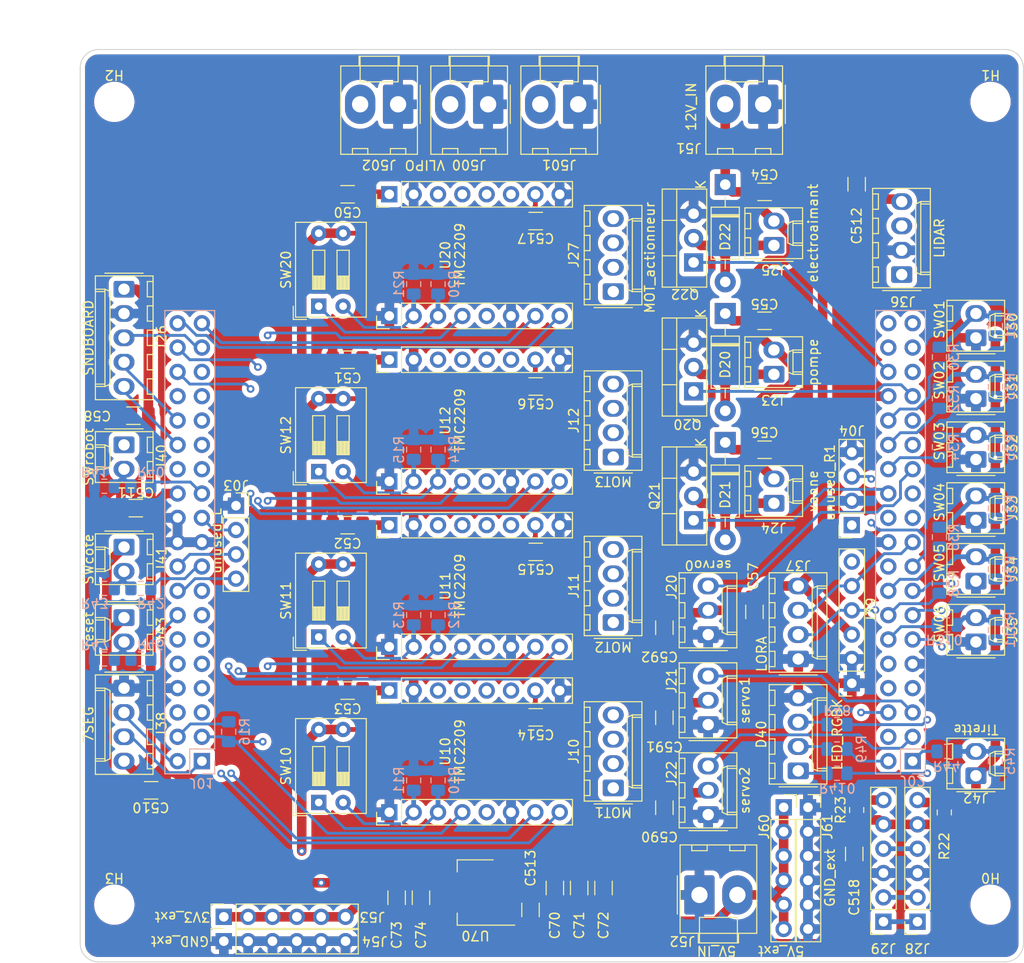
<source format=kicad_pcb>
(kicad_pcb (version 20211014) (generator pcbnew)
  (layers (0 "F.Cu" signal) (1 "In1.Cu" signal) (2 "In2.Cu" signal) (31 "B.Cu" signal) (34 "B.Paste" user) (35 "F.Paste" user) (36 "B.SilkS" user "B.Silkscreen") (37 "F.SilkS" user "F.Silkscreen") (38 "B.Mask" user) (39 "F.Mask" user) (44 "Edge.Cuts" user))
  (net 0 "")
  (net 1 "/V_LIPO")
  (net 2 "GND")
  (net 3 "/electroaimant_12V")
  (net 4 "/3V3_LDO")
  (net 5 "/PC_14")
  (net 6 "Net-(D20-Pad2)")
  (net 7 "Net-(D21-Pad2)")
  (net 8 "Net-(D22-Pad2)")
  (net 9 "Net-(D40-Pad1)")
  (net 10 "Net-(D40-Pad2)")
  (net 11 "Net-(D40-Pad3)")
  (net 12 "/7SEG_RX")
  (net 13 "/7SEG_TX")
  (net 14 "/VDD")
  (net 15 "/E5V")
  (net 16 "/BOOT0")
  (net 20 "/IOREF")
  (net 21 "/RESET")
  (net 22 "/D3")
  (net 23 "/3V3")
  (net 24 "/PA_15")
  (net 25 "/5V")
  (net 26 "/PB_7")
  (net 27 "/D0")
  (net 29 "/D1")
  (net 30 "/PA_0")
  (net 31 "/PH_0")
  (net 32 "/PA_1")
  (net 33 "/D2")
  (net 34 "/VBAT")
  (net 35 "/PC_2")
  (net 36 "/PB_8")
  (net 37 "/LORA_RX")
  (net 38 "/PB_9")
  (net 39 "/PC_5")
  (net 40 "/AVDD")
  (net 41 "/U5V")
  (net 43 "/PA_5")
  (net 44 "/PA_6")
  (net 45 "/PA_11")
  (net 46 "/PA_7")
  (net 47 "/PB_12")
  (net 48 "/PB_6")
  (net 50 "/LORA_TX")
  (net 51 "/LIDAR_RX")
  (net 52 "/PB_2")
  (net 53 "/PA_8")
  (net 54 "/PB_1")
  (net 55 "/PB_10")
  (net 56 "/PB_15")
  (net 57 "/PB_14")
  (net 58 "/PB_13")
  (net 59 "/PB_3")
  (net 60 "/LIDAR_TX")
  (net 61 "/PC_4")
  (net 62 "/PA_2")
  (net 64 "/PA_3")
  (net 66 "/A02")
  (net 67 "/A01")
  (net 68 "/B01")
  (net 69 "/B02")
  (net 70 "/A12")
  (net 71 "/A11")
  (net 72 "/B11")
  (net 73 "/B12")
  (net 74 "/A22")
  (net 75 "/A21")
  (net 76 "/B21")
  (net 77 "/B22")
  (net 78 "/A32")
  (net 79 "/A31")
  (net 80 "/B31")
  (net 81 "/B32")
  (net 82 "Net-(J30-Pad2)")
  (net 83 "Net-(J31-Pad2)")
  (net 84 "Net-(J32-Pad2)")
  (net 85 "Net-(J33-Pad2)")
  (net 86 "Net-(J34-Pad2)")
  (net 87 "Net-(J35-Pad2)")
  (net 88 "Net-(J42-Pad2)")
  (net 89 "Net-(J43-Pad2)")
  (net 90 "Net-(R10-Pad1)")
  (net 91 "Net-(R11-Pad1)")
  (net 92 "Net-(R12-Pad1)")
  (net 93 "Net-(R13-Pad1)")
  (net 94 "Net-(R14-Pad1)")
  (net 95 "Net-(R15-Pad1)")
  (net 96 "Net-(R20-Pad1)")
  (net 97 "Net-(R21-Pad1)")
  (net 102 "/PC_13")
  (net 103 "/PC_15")
  (net 104 "/PC_12")
  (net 105 "/PD_2")
  (net 106 "Net-(J41-Pad2)")
  (net 108 "/5V0")
  (net 109 "Net-(J40-Pad2)")
  (net 110 "/PC_9")
  (net 111 "/PA_14")
  (net 112 "/PC_3")
  (net 113 "/PH_1")
  (net 114 "/PC_1")
  (net 115 "/PB_4")
  (net 116 "/PB_5")
  (net 117 "/PC_8")
  (net 118 "/PA_12")
  (footprint "Capacitor_SMD:C_1206_3216Metric_Pad1.33x1.80mm_HandSolder" (layer "F.Cu") (at 69.85 127.2925 -90)
    (fp_text reference "C74")
    (fp_text value "100n")
  )
  (footprint "Connector_PinSocket_2.54mm:PinSocket_1x06_P2.54mm_Vertical" (layer "F.Cu") (at 121.666 129.794 180)
    (fp_text reference "J28")
    (fp_text value "ENC1")
  )
  (footprint "component:TMC2209" (layer "F.Cu") (at 79.248 77.47 90)
    (fp_text reference "U12")
    (fp_text value "TMC2209")
  )
  (footprint "Capacitor_SMD:C_1206_3216Metric_Pad1.33x1.80mm_HandSolder" (layer "F.Cu") (at 81.8265 91.186)
    (fp_text reference "C515")
    (fp_text value "100n")
  )
  (footprint "Capacitor_SMD:C_1206_3216Metric_Pad1.33x1.80mm_HandSolder" (layer "F.Cu") (at 62.1915 88.392 180)
    (fp_text reference "C52")
    (fp_text value "100n")
  )
  (footprint "Connector_Molex:Molex_KK-254_AE-6410-02A_1x02_P2.54mm_Vertical" (layer "F.Cu") (at 127.762 94.234 90)
    (fp_text reference "J34")
    (fp_text value "SW05")
  )
  (footprint "Connector_Molex:Molex_KK-254_AE-6410-02A_1x02_P2.54mm_Vertical" (layer "F.Cu") (at 38.862 90.678 -90)
    (fp_text reference "J41")
    (fp_text value "SWcote")
  )
  (footprint "Connector_Molex:Molex_KK-396_A-41791-0002_1x02_P3.96mm_Vertical" (layer "F.Cu") (at 98.91 127)
    (fp_text reference "J52")
    (fp_text value "5V_IN")
  )
  (footprint "Diode_THT:D_DO-41_SOD81_P10.16mm_Horizontal" (layer "F.Cu") (at 101.6 52.832 -90)
    (fp_text reference "D22")
    (fp_text value "1N4007")
  )
  (footprint "Connector_Molex:Molex_KK-254_AE-6410-04A_1x04_P2.54mm_Vertical" (layer "F.Cu") (at 89.916 81.28 90)
    (fp_text reference "J12")
    (fp_text value "MOT3")
  )
  (footprint "Button_Switch_THT:SW_DIP_SPSTx02_Slide_9.78x7.26mm_W7.62mm_P2.54mm" (layer "F.Cu") (at 59.182 65.532 90)
    (fp_text reference "SW20")
    (fp_text value "SW_DIP_x02")
  )
  (footprint "Diode_THT:D_DO-41_SOD81_P10.16mm_Horizontal" (layer "F.Cu") (at 101.6 66.294 -90)
    (fp_text reference "D20")
    (fp_text value "1N4007")
  )
  (footprint "Capacitor_SMD:C_1206_3216Metric_Pad1.33x1.80mm_HandSolder" (layer "F.Cu") (at 81.28 128.5625 -90)
    (fp_text reference "C513")
    (fp_text value "100n")
  )
  (footprint "Connector_Molex:Molex_KK-254_AE-6410-02A_1x02_P2.54mm_Vertical" (layer "F.Cu") (at 106.68 86.106 90)
    (fp_text reference "J24")
    (fp_text value "vanne")
  )
  (footprint "MountingHole:MountingHole_3.2mm_M3" (layer "F.Cu") (at 37.846 44.196)
    (fp_text reference "H2")
    (fp_text value "M1")
  )
  (footprint "Capacitor_SMD:C_1206_3216Metric_Pad1.33x1.80mm_HandSolder" (layer "F.Cu") (at 62.1915 105.664 180)
    (fp_text reference "C53")
    (fp_text value "100n")
  )
  (footprint "Connector_Molex:Molex_KK-254_AE-6410-02A_1x02_P2.54mm_Vertical" (layer "F.Cu") (at 38.862 98.044 -90)
    (fp_text reference "J43")
    (fp_text value "reset")
  )
  (footprint "MountingHole:MountingHole_3.2mm_M3" (layer "F.Cu") (at 129.286 128.016)
    (fp_text reference "H0")
    (fp_text value "M1")
  )
  (footprint "Connector_PinSocket_2.54mm:PinSocket_1x06_P2.54mm_Vertical" (layer "F.Cu") (at 118.11 129.794 180)
    (fp_text reference "J29")
    (fp_text value "ENC2")
  )
  (footprint "Capacitor_SMD:C_1206_3216Metric_Pad1.33x1.80mm_HandSolder" (layer "F.Cu") (at 105.7025 80.518)
    (fp_text reference "C56")
    (fp_text value "100n")
  )
  (footprint "Package_TO_SOT_SMD:SOT-223-3_TabPin2" (layer "F.Cu") (at 75.54 126.746 180)
    (fp_text reference "U70")
    (fp_text value "LD1117S33TR_SOT223")
  )
  (footprint "Connector_Molex:Molex_KK-396_A-41791-0002_1x02_P3.96mm_Vertical" (layer "F.Cu") (at 76.858 44.45 180)
    (fp_text reference "J500")
    (fp_text value "VLIPO")
  )
  (footprint "Package_TO_SOT_THT:TO-220-3_Vertical" (layer "F.Cu") (at 98.298 87.884 90)
    (fp_text reference "Q21")
    (fp_text value "SW_vanne")
  )
  (footprint "Capacitor_SMD:C_1206_3216Metric_Pad1.33x1.80mm_HandSolder" (layer "F.Cu") (at 39.8395 76.962 180)
    (fp_text reference "C58")
    (fp_text value "100n")
  )
  (footprint "Capacitor_SMD:C_1206_3216Metric_Pad1.33x1.80mm_HandSolder" (layer "F.Cu") (at 105.7025 53.594)
    (fp_text reference "C54")
    (fp_text value "100n")
  )
  (footprint "Connector_Molex:Molex_KK-254_AE-6410-03A_1x03_P2.54mm_Vertical" (layer "F.Cu") (at 99.822 118.618 90)
    (fp_text reference "J22")
    (fp_text value "servo2")
  )
  (footprint "Capacitor_SMD:C_1206_3216Metric_Pad1.33x1.80mm_HandSolder" (layer "F.Cu") (at 105.7025 67.056)
    (fp_text reference "C55")
    (fp_text value "100n")
  )
  (footprint "Connector_Molex:Molex_KK-254_AE-6410-03A_1x03_P2.54mm_Vertical" (layer "F.Cu") (at 99.822 109.22 90)
    (fp_text reference "J21")
    (fp_text value "servo1")
  )
  (footprint "component:TMC2209" (layer "F.Cu") (at 79.248 60.198 90)
    (fp_text reference "U20")
    (fp_text value "TMC2209")
  )
  (footprint "Connector_Molex:Molex_KK-254_AE-6410-04A_1x04_P2.54mm_Vertical" (layer "F.Cu") (at 120.015 62.23 90)
    (fp_text reference "J36")
    (fp_text value "LIDAR")
  )
  (footprint "Connector_Molex:Molex_KK-254_AE-6410-05A_1x05_P2.54mm_Vertical" (layer "F.Cu") (at 38.862 63.754 -90)
    (fp_text reference "J26")
    (fp_text value "SNDBOARD")
  )
  (footprint "Connector_Molex:Molex_KK-254_AE-6410-02A_1x02_P2.54mm_Vertical" (layer "F.Cu") (at 106.68 59.182 90)
    (fp_text reference "J25")
    (fp_text value "electroaimant")
  )
  (footprint "Capacitor_SMD:C_1206_3216Metric_Pad1.33x1.80mm_HandSolder" (layer "F.Cu") (at 81.8265 73.914)
    (fp_text reference "C516")
    (fp_text value "100n")
  )
  (footprint "Connector_PinSocket_2.54mm:PinSocket_1x04_P2.54mm_Vertical" (layer "F.Cu") (at 50.546 86.36)
    (fp_text reference "J03")
    (fp_text value "unused_L")
  )
  (footprint "Connector_PinSocket_2.54mm:PinSocket_1x06_P2.54mm_Vertical" (layer "F.Cu") (at 49.276 131.826 90)
    (fp_text reference "J54")
    (fp_text value "GND_ext")
  )
  (footprint "MountingHole:MountingHole_3.2mm_M3" (layer "F.Cu") (at 129.286 44.196)
    (fp_text reference "H1")
    (fp_text value "M1")
  )
  (footprint "Capacitor_SMD:C_1206_3216Metric_Pad1.33x1.80mm_HandSolder" (layer "F.Cu") (at 104.648 97.4475 -90)
    (fp_text reference "C57")
    (fp_text value "100n")
  )
  (footprint "Capacitor_SMD:C_0805_2012Metric_Pad1.18x1.45mm_HandSolder" (layer "F.Cu") (at 115.316 118.1315 90)
    (fp_text reference "R23")
    (fp_text value "1k")
  )
  (footprint "Capacitor_SMD:C_1206_3216Metric_Pad1.33x1.80mm_HandSolder" (layer "F.Cu") (at 95.25 108.4965 90)
    (fp_text reference "C591")
    (fp_text value "100n")
  )
  (footprint "Capacitor_SMD:C_1206_3216Metric_Pad1.33x1.80mm_HandSolder" (layer "F.Cu") (at 95.25 117.8945 -90)
    (fp_text reference "C590")
    (fp_text value "100n")
  )
  (footprint "MountingHole:MountingHole_3.2mm_M3" (layer "F.Cu") (at 37.846 128.016)
    (fp_text reference "H3")
    (fp_text value "M1")
  )
  (footprint "Connector_Molex:Molex_KK-254_AE-6410-04A_1x04_P2.54mm_Vertical" (layer "F.Cu") (at 89.916 98.552 90)
    (fp_text reference "J11")
    (fp_text value "MOT2")
  )
  (footprint "Button_Switch_THT:SW_DIP_SPSTx02_Slide_9.78x7.26mm_W7.62mm_P2.54mm" (layer "F.Cu") (at 59.182 82.804 90)
    (fp_text reference "SW12")
    (fp_text value "SW_DIP_x02")
  )
  (footprint "Connector_Molex:Molex_KK-254_AE-6410-02A_1x02_P2.54mm_Vertical" (layer "F.Cu") (at 106.68 72.644 90)
    (fp_text reference "J23")
    (fp_text value "pompe")
  )
  (footprint "Button_Switch_THT:SW_DIP_SPSTx02_Slide_9.78x7.26mm_W7.62mm_P2.54mm" (layer "F.Cu") (at 59.182 117.348 90)
    (fp_text reference "SW10")
    (fp_text value "SW_DIP_x02")
  )
  (footprint "Connector_Molex:Molex_KK-254_AE-6410-02A_1x02_P2.54mm_Vertical" (layer "F.Cu") (at 38.862 80.01 -90)
    (fp_text reference "J40")
    (fp_text value "SWrobot")
  )
  (footprint "Connector_Molex:Molex_KK-396_A-41791-0002_1x02_P3.96mm_Vertical" (layer "F.Cu") (at 67.46 44.45 180)
    (fp_text reference "J502")
    (fp_text value "VLIPO")
  )
  (footprint "Capacitor_SMD:C_1206_3216Metric_Pad1.33x1.80mm_HandSolder" (layer "F.Cu") (at 88.9 126.2765 -90)
    (fp_text reference "C72")
    (fp_text value "100n")
  )
  (footprint "Connector_Molex:Molex_KK-254_AE-6410-02A_1x02_P2.54mm_Vertical" (layer "F.Cu") (at 127.762 81.534 90)
    (fp_text reference "J32")
    (fp_text value "SW03")
  )
  (footprint "Connector_Molex:Molex_KK-254_AE-6410-02A_1x02_P2.54mm_Vertical" (layer "F.Cu") (at 127.762 87.884 90)
    (fp_text reference "J33")
    (fp_text value "SW04")
  )
  (footprint "Connector_Molex:Molex_KK-254_AE-6410-02A_1x02_P2.54mm_Vertical" (layer "F.Cu") (at 127.762 114.554 90)
    (fp_text reference "J42")
    (fp_text value "Tirette")
  )
  (footprint "Capacitor_SMD:C_1206_3216Metric_Pad1.33x1.80mm_HandSolder" (layer "F.Cu") (at 115.316 52.7935 90)
    (fp_text reference "C512")
    (fp_text value "100n")
  )
  (footprint "Capacitor_SMD:C_1206_3216Metric_Pad1.33x1.80mm_HandSolder" (layer "F.Cu") (at 81.8265 108.458)
    (fp_text reference "C514")
    (fp_text value "100n")
  )
  (footprint "Connector_PinSocket_2.54mm:PinSocket_1x06_P2.54mm_Vertical" (layer "F.Cu") (at 107.696 117.856)
    (fp_text reference "J60")
    (fp_text value "5V_ext")
  )
  (footprint "Connector_Molex:Molex_KK-396_A-41791-0002_1x02_P3.96mm_Vertical" (layer "F.Cu") (at 105.56 44.45 180)
    (fp_text reference "J51")
    (fp_text value "12V_IN")
  )
  (footprint "Connector_Molex:Molex_KK-396_A-41791-0002_1x02_P3.96mm_Vertical" (layer "F.Cu") (at 86.256 44.45 180)
    (fp_text reference "J501")
    (fp_text value "VLIPO")
  )
  (footprint "Connector_PinSocket_2.54mm:PinSocket_1x06_P2.54mm_Vertical" (layer "F.Cu") (at 114.808 104.902 180)
    (fp_text reference "J39")
    (fp_text value "BT")
  )
  (footprint "Capacitor_SMD:C_1206_3216Metric_Pad1.33x1.80mm_HandSolder" (layer "F.Cu") (at 67.31 127.2925 -90)
    (fp_text reference "C73")
    (fp_text value "100n")
  )
  (footprint "Capacitor_SMD:C_1206_3216Metric_Pad1.33x1.80mm_HandSolder" (layer "F.Cu") (at 86.36 126.2765 -90)
    (fp_text reference "C71")
    (fp_text value "100n")
  )
  (footprint "Diode_THT:D_DO-41_SOD81_P10.16mm_Horizontal" (layer "F.Cu") (at 101.6 79.756 -90)
    (fp_text reference "D21")
    (fp_text value "1N4007")
  )
  (footprint "Connector_PinSocket_2.54mm:PinSocket_1x04_P2.54mm_Vertical" (layer "F.Cu") (at 114.808 88.392 180)
    (fp_text reference "J04")
    (fp_text value "unused_R1")
  )
  (footprint "Connector_Molex:Molex_KK-254_AE-6410-04A_1x04_P2.54mm_Vertical" (layer "F.Cu") (at 109.22 114.046 90)
    (fp_text reference "D40")
    (fp_text value "LED_RGBK")
  )
  (footprint "Capacitor_SMD:C_1206_3216Metric_Pad1.33x1.80mm_HandSolder" (layer "F.Cu") (at 62.1915 71.12 180)
    (fp_text reference "C51")
    (fp_text value "100n")
  )
  (footprint "Capacitor_SMD:C_1206_3216Metric_Pad1.33x1.80mm_HandSolder" (layer "F.Cu") (at 41.6945 116.078)
    (fp_text reference "C510")
    (fp_text value "100n")
  )
  (footprint "component:TMC2209" (layer "F.Cu") (at 79.248 94.742 90)
    (fp_text reference "U11")
    (fp_text value "TMC2209")
  )
  (footprint "Capacitor_SMD:C_1206_3216Metric_Pad1.33x1.80mm_HandSolder" (layer "F.Cu") (at 81.8265 56.642)
    (fp_text reference "C517")
    (fp_text value "100n")
  )
  (footprint "Connector_Molex:Molex_KK-254_AE-6410-04A_1x04_P2.54mm_Vertical" (layer "F.Cu") (at 38.862 105.41 -90)
    (fp_text reference "J38")
    (fp_text value "7SEG")
  )
  (footprint "Connector_Molex:Molex_KK-254_AE-6410-02A_1x02_P2.54mm_Vertical" (layer "F.Cu") (at 127.762 75.184 90)
    (fp_text reference "J31")
    (fp_text value "SW02")
  )
  (footprint "Connector_Molex:Molex_KK-254_AE-6410-03A_1x03_P2.54mm_Vertical" (layer "F.Cu") (at 99.822 99.822 90)
    (fp_text reference "J20")
    (fp_text value "servo0")
  )
  (footprint "Connector_Molex:Molex_KK-254_AE-6410-02A_1x02_P2.54mm_Vertical" (layer "F.Cu") (at 127.762 68.834 90)
    (fp_text reference "J30")
    (fp_text value "SW01")
  )
  (footprint "Capacitor_SMD:C_1206_3216Metric_Pad1.33x1.80mm_HandSolder" (layer "F.Cu") (at 95.25 99.0985 90)
    (fp_text reference "C592")
    (fp_text value "100n")
  )
  (footprint "Capacitor_SMD:C_1206_3216Metric_Pad1.33x1.80mm_HandSolder" (layer "F.Cu") (at 40.0935 86.614 180)
    (fp_text reference "C511")
    (fp_text value "100n")
  )
  (footprint "Connector_Molex:Molex_KK-254_AE-6410-02A_1x02_P2.54mm_Vertical" (layer "F.Cu") (at 127.762 100.584 90)
    (fp_text reference "J35")
    (fp_text value "SW06")
  )
  (footprint "Connector_Molex:Molex_KK-254_AE-6410-04A_1x04_P2.54mm_Vertical" (layer "F.Cu") (at 89.916 64.008 90)
    (fp_text reference "J27")
    (fp_text value "MOT_actionneur")
  )
  (footprint "Package_TO_SOT_THT:TO-220-3_Vertical" (layer "F.Cu") (at 98.298 74.422 90)
    (fp_text reference "Q20")
    (fp_text value "SW_pompe")
  )
  (footprint "Connector_Molex:Molex_KK-254_AE-6410-04A_1x04_P2.54mm_Vertical" (layer "F.Cu") (at 109.22 102.362 90)
    (fp_text reference "J37")
    (fp_text value "LORA")
  )
  (footprint "Capacitor_SMD:C_1206_3216Metric_Pad1.33x1.80mm_HandSolder" (layer "F.Cu") (at 62.1915 53.848 180)
    (fp_text reference "C50")
    (fp_text value "100n")
  )
  (footprint "Connector_PinSocket_2.54mm:PinSocket_1x06_P2.54mm_Vertical" (layer "F.Cu") (at 49.276 129.286 90)
    (fp_text reference "J53")
    (fp_text value "3V3_ext")
  )
  (footprint "Capacitor_SMD:C_1206_3216Metric_Pad1.33x1.80mm_HandSolder" (layer "F.Cu") (at 115.062 122.7205 -90)
    (fp_text reference "C518")
    (fp_text value "100n")
  )
  (footprint "Button_Switch_THT:SW_DIP_SPSTx02_Slide_9.78x7.26mm_W7.62mm_P2.54mm" (layer "F.Cu") (at 59.182 100.076 90)
    (fp_text reference "SW11")
    (fp_text value "SW_DIP_x02")
  )
  (footprint "component:TMC2209" (layer "F.Cu") (at 79.248 112.014 90)
    (fp_text reference "U10")
    (fp_text value "TMC2209")
  )
  (footprint "Capacitor_SMD:C_1206_3216Metric_Pad1.33x1.80mm_HandSolder" (layer "F.Cu") (at 83.82 126.2765 -90)
    (fp_text reference "C70")
    (fp_text value "100n")
  )
  (footprint "Connector_PinSocket_2.54mm:PinSocket_1x06_P2.54mm_Vertical" (layer "F.Cu") (at 110.236 117.856)
    (fp_text reference "J61")
    (fp_text value "GND_ext")
  )
  (footprint "Package_TO_SOT_THT:TO-220-3_Vertical" (layer "F.Cu") (at 98.298 60.96 90)
    (fp_text reference "Q22")
    (fp_text value "SW_pompe")
  )
  (footprint "Capacitor_SMD:C_0805_2012Metric_Pad1.18x1.45mm_HandSolder" (layer "F.Cu") (at 124.46 118.3855 90)
    (fp_text reference "R22")
    (fp_text value "1k")
  )
  (footprint "Connector_Molex:Molex_KK-254_AE-6410-04A_1x04_P2.54mm_Vertical" (layer "F.Cu") (at 89.916 115.824 90)
    (fp_text reference "J10")
    (fp_text value "MOT1")
  )
  (footprint "Capacitor_SMD:C_0805_2012Metric_Pad1.18x1.45mm_HandSolder" (layer "B.Cu") (at 124.7355 112.014)
    (fp_text reference "R44")
    (fp_text value "330")
  )
  (footprint "Capacitor_SMD:C_0805_2012Metric_Pad1.18x1.45mm_HandSolder" (layer "B.Cu") (at 129.794 73.9355 90)
    (fp_text reference "R33")
    (fp_text value "1k")
  )
  (footprint "Capacitor_SMD:C_0805_2012Metric_Pad1.18x1.45mm_HandSolder" (layer "B.Cu") (at 123.952 80.2425 90)
    (fp_text reference "R34")
    (fp_text value "330")
  )
  (footprint "Capacitor_SMD:C_0805_2012Metric_Pad1.18x1.45mm_HandSolder" (layer "B.Cu") (at 123.952 75.1625 90)
    (fp_text reference "R32")
    (fp_text value "330")
  )
  (footprint "Connector_PinSocket_2.54mm:PinSocket_2x19_P2.54mm_Vertical" (layer "B.Cu") (at 46.99 113.03)
    (fp_text reference "J01")
    (fp_text value "Conn_02x19_Odd_Even")
  )
  (footprint "Capacitor_SMD:C_0805_2012Metric_Pad1.18x1.45mm_HandSolder" (layer "B.Cu") (at 113.2625 109.22 180)
    (fp_text reference "R48")
    (fp_text value "100")
  )
  (footprint "Capacitor_SMD:C_0805_2012Metric_Pad1.18x1.45mm_HandSolder" (layer "B.Cu") (at 71.628 115.0405 90)
    (fp_text reference "R10")
    (fp_text value "1k")
  )
  (footprint "Capacitor_SMD:C_0805_2012Metric_Pad1.18x1.45mm_HandSolder" (layer "B.Cu") (at 40.6185 102.362 180)
    (fp_text reference "R46")
    (fp_text value "330")
  )
  (footprint "Capacitor_SMD:C_0805_2012Metric_Pad1.18x1.45mm_HandSolder" (layer "B.Cu") (at 36.8085 102.362)
    (fp_text reference "R47")
    (fp_text value "1k")
  )
  (footprint "Capacitor_SMD:C_0805_2012Metric_Pad1.18x1.45mm_HandSolder" (layer "B.Cu") (at 124.7355 98.806)
    (fp_text reference "R310")
    (fp_text value "330")
  )
  (footprint "Capacitor_SMD:C_0805_2012Metric_Pad1.18x1.45mm_HandSolder" (layer "B.Cu") (at 113.2625 111.76 180)
    (fp_text reference "R49")
    (fp_text value "100")
  )
  (footprint "Capacitor_SMD:C_0805_2012Metric_Pad1.18x1.45mm_HandSolder" (layer "B.Cu") (at 69.088 63.2245 90)
    (fp_text reference "R21")
    (fp_text value "1k")
  )
  (footprint "Capacitor_SMD:C_0805_2012Metric_Pad1.18x1.45mm_HandSolder" (layer "B.Cu") (at 69.088 115.0405 90)
    (fp_text reference "R11")
    (fp_text value "1k")
  )
  (footprint "Capacitor_SMD:C_0805_2012Metric_Pad1.18x1.45mm_HandSolder" (layer "B.Cu") (at 49.784 109.9605 90)
    (fp_text reference "R16")
    (fp_text value "1k")
  )
  (footprint "Capacitor_SMD:C_0805_2012Metric_Pad1.18x1.45mm_HandSolder" (layer "B.Cu") (at 71.628 80.4965 90)
    (fp_text reference "R14")
    (fp_text value "1k")
  )
  (footprint "Capacitor_SMD:C_0805_2012Metric_Pad1.18x1.45mm_HandSolder" (layer "B.Cu") (at 36.8085 94.996)
    (fp_text reference "R43")
    (fp_text value "1k")
  )
  (footprint "Capacitor_SMD:C_0805_2012Metric_Pad1.18x1.45mm_HandSolder" (layer "B.Cu") (at 40.6185 84.328 180)
    (fp_text reference "R40")
    (fp_text value "330")
  )
  (footprint "Capacitor_SMD:C_0805_2012Metric_Pad1.18x1.45mm_HandSolder" (layer "B.Cu") (at 69.088 97.7685 90)
    (fp_text reference "R13")
    (fp_text value "1k")
  )
  (footprint "Capacitor_SMD:C_0805_2012Metric_Pad1.18x1.45mm_HandSolder" (layer "B.Cu") (at 40.6185 94.996 180)
    (fp_text reference "R42")
    (fp_text value "330")
  )
  (footprint "Capacitor_SMD:C_0805_2012Metric_Pad1.18x1.45mm_HandSolder" (layer "B.Cu") (at 113.2625 114.3 180)
    (fp_text reference "R410")
    (fp_text value "100")
  )
  (footprint "Capacitor_SMD:C_0805_2012Metric_Pad1.18x1.45mm_HandSolder" (layer "B.Cu") (at 129.794 67.5855 90)
    (fp_text reference "R31")
    (fp_text value "1k")
  )
  (footprint "Capacitor_SMD:C_0805_2012Metric_Pad1.18x1.45mm_HandSolder" (layer "B.Cu") (at 123.952 89.6405 90)
    (fp_text reference "R36")
    (fp_text value "330")
  )
  (footprint "Capacitor_SMD:C_0805_2012Metric_Pad1.18x1.45mm_HandSolder" (layer "B.Cu") (at 129.794 80.2855 90)
    (fp_text reference "R35")
    (fp_text value "1k")
  )
  (footprint "Capacitor_SMD:C_0805_2012Metric_Pad1.18x1.45mm_HandSolder" (layer "B.Cu") (at 69.088 80.4965 90)
    (fp_text reference "R15")
    (fp_text value "1k")
  )
  (footprint "Capacitor_SMD:C_0805_2012Metric_Pad1.18x1.45mm_HandSolder" (layer "B.Cu") (at 71.628 63.2245 90)
    (fp_text reference "R20")
    (fp_text value "1k")
  )
  (footprint "Connector_PinSocket_2.54mm:PinSocket_2x19_P2.54mm_Vertical" (layer "B.Cu") (at 121.158 113.03)
    (fp_text reference "J02")
    (fp_text value "Conn_02x19_Odd_Even")
  )
  (footprint "Capacitor_SMD:C_0805_2012Metric_Pad1.18x1.45mm_HandSolder" (layer "B.Cu") (at 123.952 70.8445 90)
    (fp_text reference "R30")
    (fp_text value "330")
  )
  (footprint "Capacitor_SMD:C_0805_2012Metric_Pad1.18x1.45mm_HandSolder" (layer "B.Cu") (at 129.794 86.6355 90)
    (fp_text reference "R37")
    (fp_text value "1k")
  )
  (footprint "Capacitor_SMD:C_0805_2012Metric_Pad1.18x1.45mm_HandSolder" (layer "B.Cu") (at 36.8085 84.328)
    (fp_text reference "R41")
    (fp_text value "1k")
  )
  (footprint "Capacitor_SMD:C_0805_2012Metric_Pad1.18x1.45mm_HandSolder" (layer "B.Cu") (at 129.794 92.9855 90)
    (fp_text reference "R39")
    (fp_text value "1k")
  )
  (footprint "Capacitor_SMD:C_0805_2012Metric_Pad1.18x1.45mm_HandSolder" (layer "B.Cu") (at 71.628 97.7685 90)
    (fp_text reference "R12")
    (fp_text value "1k")
  )
  (footprint "Capacitor_SMD:C_0805_2012Metric_Pad1.18x1.45mm_HandSolder" (layer "B.Cu") (at 129.794 113.0515 90)
    (fp_text reference "R45")
    (fp_text value "1k")
  )
  (footprint "Capacitor_SMD:C_0805_2012Metric_Pad1.18x1.45mm_HandSolder" (layer "B.Cu") (at 129.794 99.3355 90)
    (fp_text reference "R311")
    (fp_text value "1k")
  )
  (footprint "Capacitor_SMD:C_0805_2012Metric_Pad1.18x1.45mm_HandSolder" (layer "B.Cu") (at 123.952 94.4665 90)
    (fp_text reference "R38")
    (fp_text value "330")
  )
  (gr_arc (start 36.195 133.985) (mid 34.847962 133.427038) (end 34.29 132.08) (layer "Edge.Cuts") (width 0.1))
  (gr_arc (start 34.29 40.64) (mid 34.847962 39.292962) (end 36.195 38.735) (layer "Edge.Cuts") (width 0.1))
  (gr_line (start 130.81 133.985) (end 36.195 133.985) (layer "Edge.Cuts") (width 0.1))
  (gr_line (start 132.715 40.64) (end 132.715 132.08) (layer "Edge.Cuts") (width 0.1))
  (gr_arc (start 132.715 132.08) (mid 132.157038 133.427038) (end 130.81 133.985) (layer "Edge.Cuts") (width 0.1))
  (gr_line (start 34.29 132.08) (end 34.29 40.64) (layer "Edge.Cuts") (width 0.1))
  (gr_line (start 36.195 38.735) (end 130.81 38.735) (layer "Edge.Cuts") (width 0.1))
  (gr_arc (start 130.81 38.735) (mid 132.157038 39.292962) (end 132.715 40.64) (layer "Edge.Cuts") (width 0.1))
  (segment (start 63.754 105.664) (end 66.548 105.664) (width 1) (layer "F.Cu") (net 1))
  (segment (start 63.754 88.392) (end 66.548 88.392) (width 1) (layer "F.Cu") (net 1))
  (segment (start 63.754 53.848) (end 66.548 53.848) (width 1) (layer "F.Cu") (net 1))
  (segment (start 63.754 71.12) (end 66.548 71.12) (width 1) (layer "F.Cu") (net 1))
  (segment (start 118.11 124.714) (end 121.666 124.714) (width 0.5) (layer "B.Cu") (net 2))
  (segment (start 107.918304 60.75152) (end 106.12648 60.75152) (width 1) (layer "F.Cu") (net 3))
  (segment (start 106.12648 60.75152) (end 104.14 62.738) (width 1) (layer "F.Cu") (net 3))
  (segment (start 108.712 71.868176) (end 108.712 73.419824) (width 1) (layer "F.Cu") (net 3))
  (segment (start 104.14 62.738) (end 104.14 67.056) (width 1) (layer "F.Cu") (net 3))
  (segment (start 108.712 73.419824) (end 107.918304 74.21352) (width 1) (layer "F.Cu") (net 3))
  (segment (start 104.14 53.594) (end 102.362 53.594) (width 1) (layer "F.Cu") (net 3))
  (segment (start 102.362 80.518) (end 101.6 79.756) (width 1) (layer "F.Cu") (net 3))
  (segment (start 101.6 44.45) (end 101.6 52.832) (width 1) (layer "F.Cu") (net 3))
  (segment (start 104.14 67.056) (end 102.362 67.056) (width 1) (layer "F.Cu") (net 3))
  (segment (start 104.14 54.102) (end 106.68 56.642) (width 1) (layer "F.Cu") (net 3))
  (segment (start 106.38048 74.21352) (end 104.14 76.454) (width 1) (layer "F.Cu") (net 3))
  (segment (start 104.14 76.454) (end 104.14 80.518) (width 1) (layer "F.Cu") (net 3))
  (segment (start 106.947824 70.104) (end 108.712 71.868176) (width 1) (layer "F.Cu") (net 3))
  (segment (start 106.947824 56.642) (end 108.47452 58.168696) (width 1) (layer "F.Cu") (net 3))
  (segment (start 104.14 80.518) (end 104.14 81.026) (width 1) (layer "F.Cu") (net 3))
  (segment (start 102.362 53.594) (end 101.6 52.832) (width 1) (layer "F.Cu") (net 3))
  (segment (start 108.47452 60.195304) (end 107.918304 60.75152) (width 1) (layer "F.Cu") (net 3))
  (segment (start 108.47452 58.168696) (end 108.47452 60.195304) (width 1) (layer "F.Cu") (net 3))
  (segment (start 104.14 67.056) (end 104.14 67.564) (width 1) (layer "F.Cu") (net 3))
  (segment (start 104.14 81.026) (end 106.68 83.566) (width 1) (layer "F.Cu") (net 3))
  (segment (start 104.14 67.564) (end 106.68 70.104) (width 1) (layer "F.Cu") (net 3))
  (segment (start 104.14 53.594) (end 104.14 54.102) (width 1) (layer "F.Cu") (net 3))
  (segment (start 102.362 67.056) (end 101.6 66.294) (width 1) (layer "F.Cu") (net 3))
  (segment (start 104.14 80.518) (end 102.362 80.518) (width 1) (layer "F.Cu") (net 3))
  (segment (start 106.68 70.104) (end 106.947824 70.104) (width 1) (layer "F.Cu") (net 3))
  (segment (start 106.68 56.642) (end 106.947824 56.642) (width 1) (layer "F.Cu") (net 3))
  (segment (start 107.918304 74.21352) (end 106.38048 74.21352) (width 1) (layer "F.Cu") (net 3))
  (segment (start 81.788 105.664) (end 81.788 106.934) (width 0.5) (layer "F.Cu") (net 4))
  (segment (start 57.404 111.506) (end 59.182 109.728) (width 1) (layer "F.Cu") (net 4))
  (segment (start 57.404 122.428) (end 57.404 111.506) (width 1) (layer "F.Cu") (net 4))
  (segment (start 46.055622 125.73) (end 37.06748 116.741858) (width 1) (layer "F.Cu") (net 4))
  (segment (start 81.788 53.848) (end 81.788 55.118) (width 0.5) (layer "F.Cu") (net 4))
  (segment (start 107.028659 132.08) (end 107.05417 132.105511) (width 1) (layer "F.Cu") (net 4))
  (segment (start 72.39 126.746) (end 78.69 126.746) (width 1) (layer "F.Cu") (net 4))
  (segment (start 59.182 109.728) (end 61.722 109.728) (width 1) (layer "F.Cu") (net 4))
  (segment (start 80.264 91.186) (end 78.994 92.456) (width 0.5) (layer "F.Cu") (net 4))
  (segment (start 127.762 114.554) (end 127.762 117.348) (width 1) (layer "F.Cu") (net 4))
  (segment (start 81.026 126.746) (end 81.28 127) (width 1) (layer "F.Cu") (net 4))
  (segment (start 78.994 57.912) (end 61.722 57.912) (width 0.5) (layer "F.Cu") (net 4))
  (segment (start 129.794 94.023) (end 129.794 87.673) (width 1) (layer "F.Cu") (net 4))
  (segment (start 118.11 119.634) (end 121.666 119.634) (width 1) (layer "F.Cu") (net 4))
  (segment (start 115.062 119.423) (end 115.316 119.169) (width 1) (layer "F.Cu") (net 4))
  (segment (start 57.404 94.234) (end 59.182 92.456) (width 1) (layer "F.Cu") (net 4))
  (segment (start 80.264 73.914) (end 78.994 75.184) (width 0.5) (layer "F.Cu") (net 4))
  (segment (start 37.06748 92.47252) (end 38.862 90.678) (width 1) (layer "F.Cu") (net 4))
  (segment (start 81.788 71.12) (end 81.788 72.39) (width 0.5) (layer "F.Cu") (net 4))
  (segment (start 107.05417 132.105511) (end 111.480489 132.105511) (width 1) (layer "F.Cu") (net 4))
  (segment (start 59.436 125.73) (end 46.055622 125.73) (width 1) (layer "F.Cu") (net 4))
  (segment (start 59.182 57.912) (end 61.722 57.912) (width 1) (layer "F.Cu") (net 4))
  (segment (start 81.28 127) (end 81.80302 126.47698) (width 1) (layer "F.Cu") (net 4))
  (segment (start 96.52 132.08) (end 107.028659 132.08) (width 1) (layer "F.Cu") (net 4))
  (segment (start 81.788 72.39) (end 80.264 73.914) (width 0.5) (layer "F.Cu") (net 4))
  (segment (start 121.666 119.634) (end 124.249 119.634) (width 1) (layer "F.Cu") (net 4))
  (segment (start 115.062 121.158) (end 115.062 119.423) (width 1) (layer "F.Cu") (net 4))
  (segment (start 59.182 75.184) (end 61.722 75.184) (width 1) (layer "F.Cu") (net 4))
  (segment (start 78.994 109.728) (end 61.722 109.728) (width 0.5) (layer "F.Cu") (net 4))
  (segment (start 67.31 125.73) (end 69.85 125.73) (width 1) (layer "F.Cu") (net 4))
  (segment (start 57.404 94.234) (end 57.404 76.962) (width 1) (layer "F.Cu") (net 4))
  (segment (start 80.264 108.458) (end 78.994 109.728) (width 0.5) (layer "F.Cu") (net 4))
  (segment (start 115.316 119.169) (end 117.645 119.169) (width 1) (layer "F.Cu") (net 4))
  (segment (start 111.480489 132.105511) (end 112.776 130.81) (width 1) (layer "F.Cu") (net 4))
  (segment (start 125.687 119.423) (end 124.46 119.423) (width 1) (layer "F.Cu") (net 4))
  (segment (start 57.404 59.69) (end 59.182 57.912) (width 1) (layer "F.Cu") (net 4))
  (segment (start 71.374 125.73) (end 72.39 126.746) (width 1) (layer "F.Cu") (net 4))
  (segment (start 37.06748 99.83852) (end 38.862 98.044) (width 1) (layer "F.Cu") (net 4))
  (segment (start 61.976 129.286) (end 49.276 129.286) (width 1) (layer "F.Cu") (net 4))
  (segment (start 81.788 55.118) (end 80.264 56.642) (width 0.5) (layer "F.Cu") (net 4))
  (segment (start 81.788 88.392) (end 81.788 89.662) (width 0.5) (layer "F.Cu") (net 4))
  (segment (start 78.994 75.184) (end 61.722 75.184) (width 0.5) (layer "F.Cu") (net 4))
  (segment (start 127.762 114.554) (end 129.794 112.522) (width 1) (layer "F.Cu") (net 4))
  (segment (start 129.794 81.323) (end 129.794 74.973) (width 1) (layer "F.Cu") (net 4))
  (segment (start 37.06748 116.741858) (end 37.06748 99.83852) (width 1) (layer "F.Cu") (net 4))
  (segment (start 80.264 56.642) (end 78.994 57.912) (width 0.5) (layer "F.Cu") (net 4))
  (segment (start 124.249 119.634) (end 124.46 119.423) (width 1) (layer "F.Cu") (net 4))
  (segment (start 81.788 106.934) (end 80.264 108.458) (width 0.5) (layer "F.Cu") (net 4))
  (segment (start 59.182 92.456) (end 61.722 92.456) (width 1) (layer "F.Cu") (net 4))
  (segment (start 57.404 76.962) (end 59.182 75.184) (width 1) (layer "F.Cu") (net 4))
  (segment (start 127.762 117.348) (end 125.687 119.423) (width 1) (layer "F.Cu") (net 4))
  (segment (start 81.80302 126.47698) (end 90.91698 126.47698) (width 1) (layer "F.Cu") (net 4))
  (segment (start 129.794 74.973) (end 129.794 68.623) (width 1) (layer "F.Cu") (net 4))
  (segment (start 112.776 123.444) (end 115.062 121.158) (width 1) (layer "F.Cu") (net 4))
  (segment (start 67.31 125.73) (end 65.532 125.73) (width 1) (layer "F.Cu") (net 4))
  (segment (start 65.532 125.73) (end 61.976 129.286) (width 1) (layer "F.Cu") (net 4))
  (segment (start 117.645 119.169) (end 118.11 119.634) (width 1) (layer "F.Cu") (net 4))
  (segment (start 129.794 112.522) (end 129.794 100.373) (width 1) (layer "F.Cu") (net 4))
  (segment (start 69.85 125.73) (end 71.374 125.73) (width 1) (layer "F.Cu") (net 4))
  (segment (start 57.404 111.506) (end 57.404 94.234) (width 1) (layer "F.Cu") (net 4))
  (segment (start 112.776 130.81) (end 112.776 123.444) (width 1) (layer "F.Cu") (net 4))
  (segment (start 78.69 126.746) (end 81.026 126.746) (width 1) (layer "F.Cu") (net 4))
  (segment (start 37.06748 99.83852) (end 37.06748 92.47252) (width 1) (layer "F.Cu") (net 4))
  (segment (start 129.794 87.673) (end 129.794 81.323) (width 1) (layer "F.Cu") (net 4))
  (segment (start 57.404 76.962) (end 57.404 59.69) (width 1) (layer "F.Cu") (net 4))
  (segment (start 90.91698 126.47698) (end 96.52 132.08) (width 1) (layer "F.Cu") (net 4))
  (segment (start 81.788 89.662) (end 80.264 91.186) (width 0.5) (layer "F.Cu") (net 4))
  (segment (start 67.31 125.73) (end 59.436 125.73) (width 1) (layer "F.Cu") (net 4))
  (segment (start 78.994 92.456) (end 61.722 92.456) (width 0.5) (layer "F.Cu") (net 4))
  (segment (start 129.794 100.373) (end 129.794 94.023) (width 1) (layer "F.Cu") (net 4))
  (via (at 129.794 81.323) (size 0.8) (drill 0.4) (layers "F.Cu" "B.Cu") (net 4))
  (via (at 59.436 125.73) (size 0.8) (drill 0.4) (layers "F.Cu" "B.Cu") (net 4))
  (via (at 129.794 87.673) (size 0.8) (drill 0.4) (layers "F.Cu" "B.Cu") (net 4))
  (via (at 129.794 68.623) (size 0.8) (drill 0.4) (layers "F.Cu" "B.Cu") (net 4))
  (via (at 129.794 94.023) (size 0.8) (drill 0.4) (layers "F.Cu" "B.Cu") (net 4))
  (via (at 57.404 122.428) (size 0.8) (drill 0.4) (layers "F.Cu" "B.Cu") (net 4))
  (via (at 129.794 74.973) (size 0.8) (drill 0.4) (layers "F.Cu" "B.Cu") (net 4))
  (via (at 129.794 100.373) (size 0.8) (drill 0.4) (layers "F.Cu" "B.Cu") (net 4))
  (segment (start 101.6 73.66) (end 100.584 72.644) (width 1) (layer "F.Cu") (net 6))
  (segment (start 101.6 76.454) (end 101.6 74.168) (width 1) (layer "F.Cu") (net 6))
  (segment (start 101.6 74.168) (end 101.6 73.66) (width 1) (layer "F.Cu") (net 6))
  (segment (start 99.06 72.644) (end 98.298 71.882) (width 1) (layer "F.Cu") (net 6))
  (segment (start 106.68 72.644) (end 102.616 72.644) (width 1) (layer "F.Cu") (net 6))
  (segment (start 102.616 72.644) (end 100.584 72.644) (width 1) (layer "F.Cu") (net 6))
  (segment (start 101.6 73.66) (end 102.616 72.644) (width 1) (layer "F.Cu") (net 6))
  (segment (start 100.584 72.644) (end 99.06 72.644) (width 1) (layer "F.Cu") (net 6))
  (segment (start 101.6 87.63) (end 101.6 87.122) (width 1) (layer "F.Cu") (net 7))
  (segment (start 101.6 87.122) (end 102.616 86.106) (width 1) (layer "F.Cu") (net 7))
  (segment (start 101.6 89.916) (end 101.6 87.63) (width 1) (layer "F.Cu") (net 7))
  (segment (start 106.68 86.106) (end 102.616 86.106) (width 1) (layer "F.Cu") (net 7))
  (segment (start 99.06 86.106) (end 98.298 85.344) (width 1) (layer "F.Cu") (net 7))
  (segment (start 100.584 86.106) (end 99.06 86.106) (width 1) (layer "F.Cu") (net 7))
  (segment (start 101.6 87.122) (end 100.584 86.106) (width 1) (layer "F.Cu") (net 7))
  (segment (start 102.616 86.106) (end 100.584 86.106) (width 1) (layer "F.Cu") (net 7))
  (segment (start 101.6 61.214) (end 101.6 60.198) (width 1) (layer "F.Cu") (net 8))
  (segment (start 106.68 59.182) (end 102.616 59.182) (width 1) (layer "F.Cu") (net 8))
  (segment (start 102.616 59.182) (end 100.584 59.182) (width 1) (layer "F.Cu") (net 8))
  (segment (start 100.584 59.182) (end 99.06 59.182) (width 1) (layer "F.Cu") (net 8))
  (segment (start 99.06 59.182) (end 98.298 58.42) (width 1) (layer "F.Cu") (net 8))
  (segment (start 101.6 62.992) (end 101.6 61.214) (width 1) (layer "F.Cu") (net 8))
  (segment (start 101.6 60.198) (end 102.616 59.182) (width 1) (layer "F.Cu") (net 8))
  (segment (start 101.6 60.198) (end 100.584 59.182) (width 1) (layer "F.Cu") (net 8))
  (segment (start 112.225 114.3) (end 109.474 114.3) (width 0.3) (layer "B.Cu") (net 9))
  (segment (start 109.474 114.3) (end 109.22 114.046) (width 0.3) (layer "B.Cu") (net 9))
  (segment (start 112.225 111.76) (end 111.971 111.506) (width 0.3) (layer "B.Cu") (net 10))
  (segment (start 111.971 111.506) (end 109.22 111.506) (width 0.3) (layer "B.Cu") (net 10))
  (segment (start 111.971 108.966) (end 109.22 108.966) (width 0.3) (layer "B.Cu") (net 11))
  (segment (start 112.225 109.22) (end 111.971 108.966) (width 0.3) (layer "B.Cu") (net 11))
  (segment (start 39.624 110.49) (end 43.363511 114.229511) (width 0.3) (layer "B.Cu") (net 12))
  (segment (start 45.790489 114.229511) (end 46.99 113.03) (width 0.3) (layer "B.Cu") (net 12))
  (segment (start 38.862 110.49) (end 39.624 110.49) (width 0.3) (layer "B.Cu") (net 12))
  (segment (start 43.363511 114.229511) (end 45.790489 114.229511) (width 0.3) (layer "B.Cu") (net 12))
  (segment (start 43.688 113.03) (end 44.45 113.03) (width 0.3) (layer "B.Cu") (net 13))
  (segment (start 38.862 107.95) (end 38.862 108.204) (width 0.3) (layer "B.Cu") (net 13))
  (segment (start 38.862 108.204) (end 43.688 113.03) (width 0.3) (layer "B.Cu") (net 13))
  (segment (start 41.656 100.584) (end 44.45 97.79) (width 0.3) (layer "B.Cu") (net 21))
  (segment (start 41.656 102.362) (end 41.656 100.584) (width 0.3) (layer "B.Cu") (net 21))
  (segment (start 81.042961 69.833039) (end 48.739894 69.833039) (width 0.3) (layer "B.Cu") (net 22))
  (segment (start 47.486855 68.58) (end 46.426428 68.58) (width 0.3) (layer "B.Cu") (net 22))
  (segment (start 46.426428 68.58) (end 45.156428 67.31) (width 0.3) (layer "B.Cu") (net 22))
  (segment (start 45.156428 67.31) (end 44.45 67.31) (width 0.3) (layer "B.Cu") (net 22))
  (segment (start 84.328 66.548) (end 81.042961 69.833039) (width 0.3) (layer "B.Cu") (net 22))
  (segment (start 48.739894 69.833039) (end 47.486855 68.58) (width 0.3) (layer "B.Cu") (net 22))
  (segment (start 46.268817 93.98) (end 44.998817 95.25) (width 0.3) (layer "B.Cu") (net 23))
  (segment (start 44.998817 95.25) (end 44.45 95.25) (width 0.3) (layer "B.Cu") (net 23))
  (segment (start 50.546 93.98) (end 46.268817 93.98) (width 0.3) (layer "B.Cu") (net 23))
  (segment (start 46.482 92.71) (end 46.99 92.71) (width 0.3) (layer "B.Cu") (net 24))
  (segment (start 42.672 93.98) (end 45.212 93.98) (width 0.3) (layer "B.Cu") (net 24))
  (segment (start 45.212 93.98) (end 46.482 92.71) (width 0.3) (layer "B.Cu") (net 24))
  (segment (start 41.656 94.996) (end 42.672 93.98) (width 0.3) (layer "B.Cu") (net 24))
  (segment (start 50.546 91.44) (end 45.72 91.44) (width 0.3) (layer "B.Cu") (net 25))
  (segment (start 45.72 91.44) (end 44.45 92.71) (width 0.3) (layer "B.Cu") (net 25))
  (segment (start 48.26 88.9) (end 46.99 87.63) (width 0.3) (layer "B.Cu") (net 26))
  (segment (start 50.546 88.9) (end 48.26 88.9) (width 0.3) (layer "B.Cu") (net 26))
  (via (at 49.000023 114.321977) (size 0.8) (drill 0.4) (layers "F.Cu" "B.Cu") (net 27))
  (segment (start 56.239636 121.56159) (end 49.000023 114.321977) (width 0.3) (layer "B.Cu") (net 27))
  (segment (start 81.13041 121.56159) (end 56.239636 121.56159) (width 0.3) (layer "B.Cu") (net 27))
  (segment (start 84.328 118.364) (end 81.13041 121.56159) (width 0.3) (layer "B.Cu") (net 27))
  (via (at 49.784 103.124) (size 0.8) (drill 0.4) (layers "F.Cu" "B.Cu") (net 29))
  (segment (start 49.784 103.67597) (end 50.572519 104.464489) (width 0.3) (layer "B.Cu") (net 29))
  (segment (start 49.784 103.124) (end 49.784 103.67597) (width 0.3) (layer "B.Cu") (net 29))
  (segment (start 80.955511 104.464489) (end 84.328 101.092) (width 0.3) (layer "B.Cu") (net 29))
  (segment (start 50.572519 104.464489) (end 80.955511 104.464489) (width 0.3) (layer "B.Cu") (net 29))
  (segment (start 38.862 74.422) (end 44.45 80.01) (width 0.3) (layer "B.Cu") (net 30))
  (segment (start 38.862 73.914) (end 38.862 74.422) (width 0.3) (layer "B.Cu") (net 30))
  (segment (start 38.862 71.374) (end 38.862 71.882) (width 0.3) (layer "B.Cu") (net 32))
  (segment (start 38.862 71.882) (end 44.45 77.47) (width 0.3) (layer "B.Cu") (net 32))
  (via (at 52.07 74.168) (size 0.8) (drill 0.4) (layers "F.Cu" "B.Cu") (net 33))
  (via (at 52.07 85.09) (size 0.8) (drill 0.4) (layers "F.Cu" "B.Cu") (net 33))
  (segment (start 45.72 73.66) (end 44.45 72.39) (width 0.3) (layer "B.Cu") (net 33))
  (segment (start 53.112519 87.192489) (end 52.07 86.14997) (width 0.3) (layer "B.Cu") (net 33))
  (segment (start 84.328 83.82) (end 80.955511 87.192489) (width 0.3) (layer "B.Cu") (net 33))
  (segment (start 52.07 74.168) (end 51.562 73.66) (width 0.3) (layer "B.Cu") (net 33))
  (segment (start 51.562 73.66) (end 45.72 73.66) (width 0.3) (layer "B.Cu") (net 33))
  (segment (start 80.955511 87.192489) (end 53.112519 87.192489) (width 0.3) (layer "B.Cu") (net 33))
  (segment (start 52.07 86.14997) (end 52.07 85.09) (width 0.3) (layer "B.Cu") (net 33))
  (segment (start 39.116 68.58) (end 45.212 68.58) (width 0.3) (layer "B.Cu") (net 35))
  (segment (start 46.482 69.85) (end 46.99 69.85) (width 0.3) (layer "B.Cu") (net 35))
  (segment (start 45.212 68.58) (end 46.482 69.85) (width 0.3) (layer "B.Cu") (net 35))
  (segment (start 38.862 68.834) (end 39.116 68.58) (width 0.3) (layer "B.Cu") (net 35))
  (segment (start 117.023511 111.689511) (end 119.958489 111.689511) (width 0.3) (layer "B.Cu") (net 36))
  (segment (start 119.958489 111.689511) (end 121.158 110.49) (width 0.3) (layer "B.Cu") (net 36))
  (segment (start 111.631131 110.28648) (end 111.639171 110.29452) (width 0.3) (layer "B.Cu") (net 36))
  (segment (start 103.07352 110.28648) (end 111.631131 110.28648) (width 0.3) (layer "B.Cu") (net 36))
  (segment (start 112.818869 110.28648) (end 113.706131 110.28648) (width 0.3) (layer "B.Cu") (net 36))
  (segment (start 99.822 113.538) (end 103.07352 110.28648) (width 0.3) (layer "B.Cu") (net 36))
  (segment (start 113.714171 110.29452) (end 114.885829 110.29452) (width 0.3) (layer "B.Cu") (net 36))
  (segment (start 112.810829 110.29452) (end 112.818869 110.28648) (width 0.3) (layer "B.Cu") (net 36))
  (segment (start 114.885829 110.29452) (end 114.893869 110.28648) (width 0.3) (layer "B.Cu") (net 36))
  (segment (start 111.639171 110.29452) (end 112.810829 110.29452) (width 0.3) (layer "B.Cu") (net 36))
  (segment (start 113.706131 110.28648) (end 113.714171 110.29452) (width 0.3) (layer "B.Cu") (net 36))
  (segment (start 114.893869 110.28648) (end 115.62048 110.28648) (width 0.3) (layer "B.Cu") (net 36))
  (segment (start 115.62048 110.28648) (end 117.023511 111.689511) (width 0.3) (layer "B.Cu") (net 36))
  (segment (start 110.744 97.282) (end 113.284 94.742) (width 0.3) (layer "B.Cu") (net 37))
  (segment (start 109.22 97.282) (end 110.744 97.282) (width 0.3) (layer "B.Cu") (net 37))
  (segment (start 114.808 94.742) (end 118.180489 91.369511) (width 0.3) (layer "B.Cu") (net 37))
  (segment (start 119.958489 91.369511) (end 121.158 90.17) (width 0.3) (layer "B.Cu") (net 37))
  (segment (start 118.180489 91.369511) (end 119.958489 91.369511) (width 0.3) (layer "B.Cu") (net 37))
  (segment (start 113.284 94.742) (end 114.808 94.742) (width 0.3) (layer "B.Cu") (net 37))
  (segment (start 119.958489 106.750489) (end 121.158 107.95) (width 0.3) (layer "B.Cu") (net 38))
  (segment (start 99.822 104.14) (end 111.646978 104.14) (width 0.3) (layer "B.Cu") (net 38))
  (segment (start 111.646978 104.14) (end 114.257467 106.750489) (width 0.3) (layer "B.Cu") (net 38))
  (segment (start 114.257467 106.750489) (end 119.958489 106.750489) (width 0.3) (layer "B.Cu") (net 38))
  (via (at 115.773159 107.95) (size 0.8) (drill 0.4) (layers "F.Cu" "B.Cu") (net 39))
  (segment (start 115.773159 107.95) (end 118.618 107.95) (width 0.3) (layer "B.Cu") (net 39))
  (via (at 124.206 101.092) (size 0.8) (drill 0.4) (layers "F.Cu" "B.Cu") (net 43))
  (segment (start 123.444 100.33) (end 121.158 100.33) (width 0.3) (layer "B.Cu") (net 43))
  (segment (start 124.206 101.092) (end 123.444 100.33) (width 0.3) (layer "B.Cu") (net 43))
  (segment (start 118.11 122.174) (end 121.666 122.174) (width 0.5) (layer "B.Cu") (net 43))
  (via (at 124.181011 97.282) (size 0.8) (drill 0.4) (layers "F.Cu" "B.Cu") (net 44))
  (segment (start 121.666 97.282) (end 121.158 97.79) (width 0.3) (layer "B.Cu") (net 44))
  (segment (start 118.11 127.254) (end 121.666 127.254) (width 0.5) (layer "B.Cu") (net 44))
  (segment (start 124.181011 97.282) (end 121.666 97.282) (width 0.3) (layer "B.Cu") (net 44))
  (segment (start 119.817511 96.590489) (end 118.618 97.79) (width 0.3) (layer "B.Cu") (net 45))
  (segment (start 122.865511 96.590489) (end 119.817511 96.590489) (width 0.3) (layer "B.Cu") (net 45))
  (segment (start 123.952 95.504) (end 122.865511 96.590489) (width 0.3) (layer "B.Cu") (net 45))
  (via (at 125.222 94.488) (size 0.8) (drill 0.4) (layers "F.Cu" "B.Cu") (net 46))
  (segment (start 125.222 94.488) (end 122.936 94.488) (width 0.3) (layer "B.Cu") (net 46))
  (segment (start 122.174 95.25) (end 121.158 95.25) (width 0.3) (layer "B.Cu") (net 46))
  (segment (start 118.11 129.794) (end 121.666 129.794) (width 0.5) (layer "B.Cu") (net 46))
  (segment (start 122.936 94.488) (end 122.174 95.25) (width 0.3) (layer "B.Cu") (net 46))
  (segment (start 123.952 91.768651) (end 121.670162 94.050489) (width 0.3) (layer "B.Cu") (net 47))
  (segment (start 123.952 90.678) (end 123.952 91.768651) (width 0.3) (layer "B.Cu") (net 47))
  (segment (start 121.670162 94.050489) (end 119.817511 94.050489) (width 0.3) (layer "B.Cu") (net 47))
  (segment (start 119.817511 94.050489) (end 118.618 95.25) (width 0.3) (layer "B.Cu") (net 47))
  (via (at 116.84 88.138) (size 0.8) (drill 0.4) (layers "F.Cu" "B.Cu") (net 48))
  (via (at 116.84 83.566) (size 0.8) (drill 0.4) (layers "F.Cu" "B.Cu") (net 48))
  (segment (start 116.586 83.312) (end 116.84 83.566) (width 0.3) (layer "B.Cu") (net 48))
  (segment (start 117.602 88.9) (end 121.666 88.9) (width 0.3) (layer "B.Cu") (net 48))
  (segment (start 121.666 88.9) (end 122.428 89.662) (width 0.3) (layer "B.Cu") (net 48))
  (segment (start 122.428 91.44) (end 121.158 92.71) (width 0.3) (layer "B.Cu") (net 48))
  (segment (start 122.428 89.662) (end 122.428 91.44) (width 0.3) (layer "B.Cu") (net 48))
  (segment (start 114.808 83.312) (end 116.586 83.312) (width 0.3) (layer "B.Cu") (net 48))
  (segment (start 116.84 88.138) (end 117.602 88.9) (width 0.3) (layer "B.Cu") (net 48))
  (via (at 117.27217 97.251668) (size 0.8) (drill 0.4) (layers "F.Cu" "B.Cu") (net 50))
  (segment (start 110.998 99.822) (end 109.22 99.822) (width 0.3) (layer "B.Cu") (net 50))
  (segment (start 114.808 97.282) (end 117.241838 97.282) (width 0.3) (layer "B.Cu") (net 50))
  (segment (start 113.538 97.282) (end 110.998 99.822) (width 0.3) (layer "B.Cu") (net 50))
  (segment (start 114.808 97.282) (end 113.538 97.282) (width 0.3) (layer "B.Cu") (net 50))
  (segment (start 117.241838 97.282) (end 117.27217 97.251668) (width 0.3) (layer "B.Cu") (net 50))
  (segment (start 115.316 117.094) (end 118.11 117.094) (width 1) (layer "F.Cu") (net 52))
  (segment (start 124.46 117.348) (end 121.92 117.348) (width 1) (layer "F.Cu") (net 53))
  (segment (start 121.92 117.348) (end 121.666 117.094) (width 1) (layer "F.Cu") (net 53))
  (segment (start 118.180489 84.652489) (end 118.618 85.09) (width 0.3) (layer "B.Cu") (net 54))
  (segment (start 111.943511 84.652489) (end 118.180489 84.652489) (width 0.3) (layer "B.Cu") (net 54))
  (segment (start 98.298 87.884) (end 108.712 87.884) (width 0.3) (layer "B.Cu") (net 54))
  (segment (start 108.712 87.884) (end 111.943511 84.652489) (width 0.3) (layer "B.Cu") (net 54))
  (segment (start 119.126 86.36) (end 119.888 85.598) (width 0.3) (layer "B.Cu") (net 55))
  (segment (start 117.418489 87.051511) (end 118.11 86.36) (width 0.3) (layer "B.Cu") (net 55))
  (segment (start 103.886 94.742) (end 111.576489 87.051511) (width 0.3) (layer "B.Cu") (net 55))
  (segment (start 119.888 83.82) (end 121.158 82.55) (width 0.3) (layer "B.Cu") (net 55))
  (segment (start 99.822 94.742) (end 103.886 94.742) (width 0.3) (layer "B.Cu") (net 55))
  (segment (start 118.11 86.36) (end 119.126 86.36) (width 0.3) (layer "B.Cu") (net 55))
  (segment (start 111.576489 87.051511) (end 117.418489 87.051511) (width 0.3) (layer "B.Cu") (net 55))
  (segment (start 119.888 85.598) (end 119.888 83.82) (width 0.3) (layer "B.Cu") (net 55))
  (segment (start 123.881511 81.350489) (end 119.817511 81.350489) (width 0.3) (layer "B.Cu") (net 56))
  (segment (start 119.817511 81.350489) (end 118.618 82.55) (width 0.3) (layer "B.Cu") (net 56))
  (segment (start 123.952 81.28) (end 123.881511 81.350489) (width 0.3) (layer "B.Cu") (net 56))
  (segment (start 119.888 78.74) (end 118.618 80.01) (width 0.3) (layer "B.Cu") (net 57))
  (segment (start 123.952 76.2) (end 123.952 76.372366) (width 0.3) (layer "B.Cu") (net 57))
  (segment (start 121.584366 78.74) (end 119.888 78.74) (width 0.3) (layer "B.Cu") (net 57))
  (segment (start 123.952 76.372366) (end 121.584366 78.74) (width 0.3) (layer "B.Cu") (net 57))
  (segment (start 122.87748 74.98852) (end 121.595511 76.270489) (width 0.3) (layer "B.Cu") (net 58))
  (segment (start 121.595511 76.270489) (end 119.817511 76.270489) (width 0.3) (layer "B.Cu") (net 58))
  (segment (start 123.952 71.882) (end 122.87748 72.95652) (width 0.3) (layer "B.Cu") (net 58))
  (segment (start 119.817511 76.270489) (end 118.618 77.47) (width 0.3) (layer "B.Cu") (net 58))
  (segment (start 122.87748 72.95652) (end 122.87748 74.98852) (width 0.3) (layer "B.Cu") (net 58))
  (segment (start 117.429634 74.422) (end 118.121145 73.730489) (width 0.3) (layer "B.Cu") (net 59))
  (segment (start 98.298 74.422) (end 117.429634 74.422) (width 0.3) (layer "B.Cu") (net 59))
  (segment (start 118.121145 73.730489) (end 119.958489 73.730489) (width 0.3) (layer "B.Cu") (net 59))
  (segment (start 119.958489 73.730489) (end 121.158 74.93) (width 0.3) (layer "B.Cu") (net 59))
  (segment (start 107.188 60.96) (end 98.298 60.96) (width 0.3) (layer "B.Cu") (net 61))
  (segment (start 118.618 72.39) (end 107.188 60.96) (width 0.3) (layer "B.Cu") (net 61))
  (segment (start 123.952 69.807) (end 124.249 69.807) (width 0.5) (layer "B.Cu") (net 82))
  (segment (start 128.016 66.548) (end 127.762 66.294) (width 0.5) (layer "B.Cu") (net 82))
  (segment (start 129.794 66.548) (end 128.016 66.548) (width 0.5) (layer "B.Cu") (net 82))
  (segment (start 124.249 69.807) (end 127.762 66.294) (width 0.5) (layer "B.Cu") (net 82))
  (segment (start 128.016 72.898) (end 127.762 72.644) (width 0.5) (layer "B.Cu") (net 83))
  (segment (start 125.433 72.644) (end 123.952 74.125) (width 0.5) (layer "B.Cu") (net 83))
  (segment (start 129.794 72.898) (end 128.016 72.898) (width 0.5) (layer "B.Cu") (net 83))
  (segment (start 127.762 72.644) (end 125.433 72.644) (width 0.5) (layer "B.Cu") (net 83))
  (segment (start 127.762 78.994) (end 124.163 78.994) (width 0.5) (layer "B.Cu") (net 84))
  (segment (start 129.794 79.248) (end 128.016 79.248) (width 0.5) (layer "B.Cu") (net 84))
  (segment (start 124.163 78.994) (end 123.952 79.205) (width 0.5) (layer "B.Cu") (net 84))
  (segment (start 128.016 79.248) (end 127.762 78.994) (width 0.5) (layer "B.Cu") (net 84))
  (segment (start 128.016 85.598) (end 127.762 85.344) (width 0.5) (layer "B.Cu") (net 85))
  (segment (start 127.762 85.344) (end 124.503 88.603) (width 0.5) (layer "B.Cu") (net 85))
  (segment (start 129.794 85.598) (end 128.016 85.598) (width 0.5) (layer "B.Cu") (net 85))
  (segment (start 124.503 88.603) (end 123.952 88.603) (width 0.5) (layer "B.Cu") (net 85))
  (segment (start 125.687 91.694) (end 123.952 93.429) (width 0.5) (layer "B.Cu") (net 86))
  (segment (start 128.016 91.948) (end 127.762 91.694) (width 0.5) (layer "B.Cu") (net 86))
  (segment (start 129.794 91.948) (end 128.016 91.948) (width 0.5) (layer "B.Cu") (net 86))
  (segment (start 127.762 91.694) (end 125.687 91.694) (width 0.5) (layer "B.Cu") (net 86))
  (segment (start 128.016 98.298) (end 127.762 98.044) (width 0.5) (layer "B.Cu") (net 87))
  (segment (start 126.535 98.044) (end 125.773 98.806) (width 0.5) (layer "B.Cu") (net 87))
  (segment (start 129.794 98.298) (end 128.016 98.298) (width 0.5) (layer "B.Cu") (net 87))
  (segment (start 127.762 98.044) (end 126.535 98.044) (width 0.5) (layer "B.Cu") (net 87))
  (segment (start 125.773 112.014) (end 127.762 112.014) (width 0.5) (layer "B.Cu") (net 88))
  (segment (start 127.762 112.014) (end 129.794 112.014) (width 0.5) (layer "B.Cu") (net 88))
  (segment (start 38.862 101.346) (end 37.846 102.362) (width 0.5) (layer "B.Cu") (net 89))
  (segment (start 38.862 100.584) (end 38.862 101.346) (width 0.5) (layer "B.Cu") (net 89))
  (segment (start 38.862 101.643) (end 39.581 102.362) (width 0.5) (layer "B.Cu") (net 89))
  (segment (start 38.862 100.584) (end 38.862 101.643) (width 0.5) (layer "B.Cu") (net 89))
  (segment (start 71.628 118.364) (end 71.628 116.078) (width 0.5) (layer "B.Cu") (net 90))
  (segment (start 61.897031 120.063031) (end 69.928969 120.063031) (width 0.3) (layer "B.Cu") (net 90))
  (segment (start 69.928969 120.063031) (end 71.628 118.364) (width 0.3) (layer "B.Cu") (net 90))
  (segment (start 59.182 117.348) (end 61.897031 120.063031) (width 0.3) (layer "B.Cu") (net 90))
  (segment (start 69.088 118.364) (end 69.088 116.078) (width 0.5) (layer "B.Cu") (net 91))
  (segment (start 67.888489 119.563511) (end 69.088 118.364) (width 0.3) (layer "B.Cu") (net 91))
  (segment (start 63.937511 119.563511) (end 67.888489 119.563511) (width 0.3) (layer "B.Cu") (net 91))
  (segment (start 61.722 117.348) (end 63.937511 119.563511) (width 0.3) (layer "B.Cu") (net 91))
  (segment (start 71.628 101.092) (end 71.628 98.806) (width 0.5) (layer "B.Cu") (net 92))
  (segment (start 61.897031 102.791031) (end 69.928969 102.791031) (width 0.3) (layer "B.Cu") (net 92))
  (segment (start 69.928969 102.791031) (end 71.628 101.092) (width 0.3) (layer "B.Cu") (net 92))
  (segment (start 59.182 100.076) (end 61.897031 102.791031) (width 0.3) (layer "B.Cu") (net 92))
  (segment (start 63.937511 102.291511) (end 67.888489 102.291511) (width 0.3) (layer "B.Cu") (net 93))
  (segment (start 69.088 101.092) (end 69.088 98.806) (width 0.5) (layer "B.Cu") (net 93))
  (segment (start 61.722 100.076) (end 63.937511 102.291511) (width 0.3) (layer "B.Cu") (net 93))
  (segment (start 67.888489 102.291511) (end 69.088 101.092) (width 0.3) (layer "B.Cu") (net 93))
  (segment (start 71.628 83.82) (end 71.628 81.534) (width 0.5) (layer "B.Cu") (net 94))
  (segment (start 59.182 82.804) (end 61.89703 85.51903) (width 0.3) (layer "B.Cu") (net 94))
  (segment (start 69.92897 85.51903) (end 71.628 83.82) (width 0.3) (layer "B.Cu") (net 94))
  (segment (start 61.89703 85.51903) (end 69.92897 85.51903) (width 0.3) (layer "B.Cu") (net 94))
  (segment (start 69.088 83.82) (end 69.088 81.534) (width 0.5) (layer "B.Cu") (net 95))
  (segment (start 63.937511 85.019511) (end 67.888489 85.019511) (width 0.3) (layer "B.Cu") (net 95))
  (segment (start 61.722 82.804) (end 63.937511 85.019511) (width 0.3) (layer "B.Cu") (net 95))
  (segment (start 67.888489 85.019511) (end 69.088 83.82) (width 0.3) (layer "B.Cu") (net 95))
  (segment (start 61.89703 68.24703) (end 69.92897 68.24703) (width 0.3) (layer "B.Cu") (net 96))
  (segment (start 71.628 66.548) (end 71.628 64.262) (width 0.5) (layer "B.Cu") (net 96))
  (segment (start 59.182 65.532) (end 61.89703 68.24703) (width 0.3) (layer "B.Cu") (net 96))
  (segment (start 69.92897 68.24703) (end 71.628 66.548) (width 0.3) (layer "B.Cu") (net 96))
  (segment (start 61.722 65.532) (end 63.937511 67.747511) (width 0.3) (layer "B.Cu") (net 97))
  (segment (start 67.888489 67.747511) (end 69.088 66.548) (width 0.3) (layer "B.Cu") (net 97))
  (segment (start 63.937511 67.747511) (end 67.888489 67.747511) (width 0.3) (layer "B.Cu") (net 97))
  (segment (start 69.088 66.548) (end 69.088 64.262) (width 0.5) (layer "B.Cu") (net 97))
  (segment (start 42.093511 83.890489) (end 45.790489 83.890489) (width 0.3) (layer "B.Cu") (net 102))
  (segment (start 45.790489 83.890489) (end 46.99 85.09) (width 0.3) (layer "B.Cu") (net 102))
  (segment (start 41.656 84.328) (end 42.093511 83.890489) (width 0.3) (layer "B.Cu") (net 102))
  (via (at 53.848 103.124) (size 0.8) (drill 0.4) (layers "F.Cu" "B.Cu") (net 104))
  (via (at 53.34 110.998) (size 0.8) (drill 0.4) (layers "F.Cu" "B.Cu") (net 104))
  (via (at 53.848 68.58) (size 0.8) (drill 0.4) (layers "F.Cu" "B.Cu") (net 104))
  (via (at 53.848 85.852) (size 0.8) (drill 0.4) (layers "F.Cu" "B.Cu") (net 104))
  (segment (start 61.468 68.834) (end 71.882 68.834) (width 0.3) (layer "B.Cu") (net 104))
  (segment (start 53.848 103.124) (end 54.102 102.87) (width 0.3) (layer "B.Cu") (net 104))
  (segment (start 71.969449 120.562551) (end 60.110551 120.562551) (width 0.3) (layer "B.Cu") (net 104))
  (segment (start 54.102 68.326) (end 60.96 68.326) (width 0.3) (layer "B.Cu") (net 104))
  (segment (start 60.96 68.326) (end 61.468 68.834) (width 0.3) (layer "B.Cu") (net 104))
  (segment (start 60.110551 120.562551) (end 50.546 110.998) (width 0.3) (layer "B.Cu") (net 104))
  (segment (start 60.96 85.598) (end 61.468 86.106) (width 0.3) (layer "B.Cu") (net 104))
  (segment (start 49.276 110.49) (end 46.99 110.49) (width 0.3) (layer "B.Cu") (net 104))
  (segment (start 71.96945 103.29055) (end 74.168 101.092) (width 0.3) (layer "B.Cu") (net 104))
  (segment (start 61.38055 103.29055) (end 71.96945 103.29055) (width 0.3) (layer "B.Cu") (net 104))
  (segment (start 53.34 110.998) (end 49.784 110.998) (width 0.3) (layer "B.Cu") (net 104))
  (segment (start 54.102 85.598) (end 60.96 85.598) (width 0.3) (layer "B.Cu") (net 104))
  (segment (start 74.168 118.364) (end 71.969449 120.562551) (width 0.3) (layer "B.Cu") (net 104))
  (segment (start 53.848 68.58) (end 54.102 68.326) (width 0.3) (layer "B.Cu") (net 104))
  (segment (start 71.882 86.106) (end 74.168 83.82) (width 0.3) (layer "B.Cu") (net 104))
  (segment (start 54.102 102.87) (end 60.96 102.87) (width 0.3) (layer "B.Cu") (net 104))
  (segment (start 61.468 86.106) (end 71.882 86.106) (width 0.3) (layer "B.Cu") (net 104))
  (segment (start 50.546 110.998) (end 49.784 110.998) (width 0.3) (layer "B.Cu") (net 104))
  (segment (start 60.96 102.87) (end 61.38055 103.29055) (width 0.3) (layer "B.Cu") (net 104))
  (segment (start 71.882 68.834) (end 74.168 66.548) (width 0.3) (layer "B.Cu") (net 104))
  (segment (start 53.848 85.852) (end 54.102 85.598) (width 0.3) (layer "B.Cu") (net 104))
  (segment (start 49.784 110.998) (end 49.276 110.49) (width 0.3) (layer "B.Cu") (net 104))
  (segment (start 45.790489 109.149511) (end 44.45 110.49) (width 0.3) (layer "B.Cu") (net 105))
  (segment (start 49.784 108.923) (end 49.557489 109.149511) (width 0.3) (layer "B.Cu") (net 105))
  (segment (start 49.557489 109.149511) (end 45.790489 109.149511) (width 0.3) (layer "B.Cu") (net 105))
  (segment (start 38.862 93.98) (end 37.846 94.996) (width 0.5) (layer "B.Cu") (net 106))
  (segment (start 38.862 94.277) (end 39.581 94.996) (width 0.5) (layer "B.Cu") (net 106))
  (segment (start 38.862 93.218) (end 38.862 93.98) (width 0.5) (layer "B.Cu") (net 106))
  (segment (start 38.862 93.218) (end 38.862 94.277) (width 0.5) (layer "B.Cu") (net 106))
  (segment (start 107.696 125.984) (end 107.696 125.476) (width 1) (layer "F.Cu") (net 108))
  (segment (start 103.251 97.282) (end 104.648 95.885) (width 1) (layer "F.Cu") (net 108))
  (segment (start 41.656 77.216) (end 41.402 76.962) (width 1) (layer "F.Cu") (net 108))
  (segment (start 78.958 124.714) (end 78.69 124.446) (width 1) (layer "F.Cu") (net 108))
  (segment (start 95.25 106.934) (end 99.568 106.934) (width 1) (layer "F.Cu") (net 108))
  (segment (start 107.696 125.476) (end 107.696 120.396) (width 1) (layer "F.Cu") (net 108))
  (segment (start 95.25 97.536) (end 99.568 97.536) (width 1) (layer "F.Cu") (net 108))
  (segment (start 91.186 124.714) (end 88.9 124.714) (width 1) (layer "F.Cu") (net 108))
  (segment (start 95.25 116.332) (end 99.568 116.332) (width 1) (layer "F.Cu") (net 108))
  (segment (start 105.791 94.742) (end 104.648 95.885) (width 1) (layer "F.Cu") (net 108))
  (segment (start 40.132 114.3) (end 38.862 113.03) (width 1) (layer "F.Cu") (net 108))
  (segment (start 109.728 94.742) (end 114.808 99.822) (width 1) (layer "F.Cu") (net 108))
  (segment (start 93.345 118.237) (end 95.25 116.332) (width 1) (layer "F.Cu") (net 108))
  (segment (start 100.633304 129.74952) (end 96.22152 129.74952) (width 1) (layer "F.Cu") (net 108))
  (segment (start 93.345 99.441) (end 95.25 97.536) (width 1) (layer "F.Cu") (net 108))
  (segment (start 43.18 85.09) (end 41.656 86.614) (width 1) (layer "F.Cu") (net 108))
  (segment (start 115.316 54.356) (end 119.761 54.356) (width 1) (layer "F.Cu") (net 108))
  (segment (start 102.87 127) (end 102.87 127.512824) (width 1) (layer "F.Cu") (net 108))
  (segment (start 107.696 128.016) (end 107.696 130.556) (width 1) (layer "F.Cu") (net 108))
  (segment (start 109.22 94.742) (end 105.791 94.742) (width 1) (layer "F.Cu") (net 108))
  (segment (start 83.82 124.714) (end 78.958 124.714) (width 1) (layer "F.Cu") (net 108))
  (segment (start 41.656 112.776) (end 41.656 86.614) (width 1) (layer "F.Cu") (net 108))
  (segment (start 40.132 63.754) (end 38.862 63.754) (width 1) (layer "F.Cu") (net 108))
  (segment (start 40.132 117.602) (end 40.132 116.078) (width 1) (layer "F.Cu") (net 108))
  (segment (start 102.87 127) (end 106.68 127) (width 1) (layer "F.Cu") (net 108))
  (segment (start 93.345 118.237) (end 93.345 108.839) (width 1) (layer "F.Cu") (net 108))
  (segment (start 41.402 76.962) (end 41.402 65.024) (width 1) (layer "F.Cu") (net 108))
  (segment (start 40.132 114.3) (end 41.656 112.776) (width 1) (layer "F.Cu") (net 108))
  (segment (start 44.45 85.09) (end 43.18 85.09) (width 1) (layer "F.Cu") (net 108))
  (segment (start 78.69 124.446) (end 78.196 123.952) (width 1) (layer "F.Cu") (net 108))
  (segment (start 111.76 57.912) (end 115.316 54.356) (width 1) (layer "F.Cu") (net 108))
  (segment (start 99.822 97.282) (end 103.251 97.282) (width 1) (layer "F.Cu") (net 108))
  (segment (start 109.22 94.742) (end 109.728 94.742) (width 1) (layer "F.Cu") (net 108))
  (segment (start 46.482 123.952) (end 40.132 117.602) (width 1) (layer "F.Cu") (net 108))
  (segment (start 119.761 54.356) (end 120.015 54.61) (width 1) (layer "F.Cu") (net 108))
  (segment (start 102.87 127.512824) (end 100.633304 129.74952) (width 1) (layer "F.Cu") (net 108))
  (segment (start 109.22 94.742) (end 111.76 92.202) (width 1) (layer "F.Cu") (net 108))
  (segment (start 40.132 116.078) (end 40.132 114.3) (width 1) (layer "F.Cu") (net 108))
  (segment (start 107.696 120.396) (end 107.696 117.856) (width 1) (layer "F.Cu") (net 108))
  (segment (start 93.345 126.873) (end 93.345 118.237) (width 1) (layer "F.Cu") (net 108))
  (segment (start 93.345 108.839) (end 93.345 99.441) (width 1) (layer "F.Cu") (net 108))
  (segment (start 41.402 65.024) (end 40.132 63.754) (width 1) (layer "F.Cu") (net 108))
  (segment (start 99.568 106.934) (end 99.822 106.68) (width 1) (layer "F.Cu") (net 108))
  (segment (start 78.196 123.952) (end 46.482 123.952) (width 1) (layer "F.Cu") (net 108))
  (segment (start 93.345 126.873) (end 91.186 124.714) (width 1) (layer "F.Cu") (net 108))
  (segment (start 88.9 124.714) (end 83.82 124.714) (width 1) (layer "F.Cu") (net 108))
  (segment (start 41.656 86.614) (end 41.656 77.216) (width 1) (layer "F.Cu") (net 108))
  (segment (start 93.345 108.839) (end 95.25 106.934) (width 1) (layer "F.Cu") (net 108))
  (segment (start 111.76 92.202) (end 111.76 57.912) (width 1) (layer "F.Cu") (net 108))
  (segment (start 96.22152 129.74952) (end 93.345 126.873) (width 1) (layer "F.Cu") (net 108))
  (segment (start 99.568 116.332) (end 99.822 116.078) (width 1) (layer "F.Cu") (net 108))
  (segment (start 99.568 97.536) (end 99.822 97.282) (width 1) (layer "F.Cu") (net 108))
  (segment (start 106.68 127) (end 107.696 125.984) (width 1) (layer "F.Cu") (net 108))
  (segment (start 106.68 127) (end 107.696 128.016) (width 1) (layer "F.Cu") (net 108))
  (segment (start 38.862 82.55) (end 38.862 83.312) (width 0.5) (layer "B.Cu") (net 109))
  (segment (start 38.862 83.609) (end 39.581 84.328) (width 0.5) (layer "B.Cu") (net 109))
  (segment (start 38.862 83.312) (end 37.846 84.328) (width 0.5) (layer "B.Cu") (net 109))
  (segment (start 38.862 82.55) (end 38.862 83.609) (width 0.5) (layer "B.Cu") (net 109))
  (segment (start 123.698 112.014) (end 122.174 112.014) (width 0.3) (layer "B.Cu") (net 110))
  (segment (start 122.174 112.014) (end 121.158 113.03) (width 0.3) (layer "B.Cu") (net 110))
  (via (at 50.038 114.3) (size 0.8) (drill 0.4) (layers "F.Cu" "B.Cu") (net 111))
  (segment (start 56.80007 121.06207) (end 79.08993 121.06207) (width 0.3) (layer "B.Cu") (net 111))
  (segment (start 79.08993 121.06207) (end 81.788 118.364) (width 0.3) (layer "B.Cu") (net 111))
  (segment (start 50.038 114.3) (end 56.80007 121.06207) (width 0.3) (layer "B.Cu") (net 111))
  (segment (start 49.01352 69.33352) (end 46.99 67.31) (width 0.3) (layer "B.Cu") (net 112))
  (segment (start 79.00248 69.33352) (end 49.01352 69.33352) (width 0.3) (layer "B.Cu") (net 112))
  (segment (start 81.788 66.548) (end 79.00248 69.33352) (width 0.3) (layer "B.Cu") (net 112))
  (via (at 50.8 103.632) (size 0.8) (drill 0.4) (layers "F.Cu" "B.Cu") (net 113))
  (segment (start 78.994 103.886) (end 81.788 101.092) (width 0.3) (layer "B.Cu") (net 113))
  (segment (start 51.054 103.886) (end 78.994 103.886) (width 0.3) (layer "B.Cu") (net 113))
  (segment (start 50.8 103.632) (end 51.054 103.886) (width 0.3) (layer "B.Cu") (net 113))
  (via (at 52.832 71.882) (size 0.8) (drill 0.4) (layers "F.Cu" "B.Cu") (net 114))
  (via (at 52.832 85.852) (size 0.8) (drill 0.4) (layers "F.Cu" "B.Cu") (net 114))
  (segment (start 81.788 83.82) (end 79.002481 86.605519) (width 0.3) (layer "B.Cu") (net 114))
  (segment (start 45.72 71.12) (end 44.45 69.85) (width 0.3) (layer "B.Cu") (net 114))
  (segment (start 52.832 86.106) (end 52.832 85.852) (width 0.3) (layer "B.Cu") (net 114))
  (segment (start 79.002481 86.605519) (end 53.331519 86.605519) (width 0.3) (layer "B.Cu") (net 114))
  (segment (start 53.331519 86.605519) (end 52.832 86.106) (width 0.3) (layer "B.Cu") (net 114))
  (segment (start 52.832 71.882) (end 52.07 71.12) (width 0.3) (layer "B.Cu") (net 114))
  (segment (start 52.07 71.12) (end 45.72 71.12) (width 0.3) (layer "B.Cu") (net 114))
  (via (at 122.682 108.712) (size 0.8) (drill 0.4) (layers "F.Cu" "B.Cu") (net 115))
  (segment (start 114.3 109.22) (end 122.174 109.22) (width 0.3) (layer "B.Cu") (net 115))
  (segment (start 122.174 109.22) (end 122.682 108.712) (width 0.3) (layer "B.Cu") (net 115))
  (via (at 122.682 114.3) (size 0.8) (drill 0.4) (layers "F.Cu" "B.Cu") (net 116))
  (segment (start 114.3 114.3) (end 122.682 114.3) (width 0.3) (layer "B.Cu") (net 116))
  (segment (start 115.57 113.03) (end 118.618 113.03) (width 0.3) (layer "B.Cu") (net 117))
  (segment (start 114.3 111.76) (end 115.57 113.03) (width 0.3) (layer "B.Cu") (net 117))
  (segment (start 123.698 98.806) (end 123.514489 98.989511) (width 0.3) (layer "B.Cu") (net 118))
  (segment (start 119.958489 98.989511) (end 118.618 100.33) (width 0.3) (layer "B.Cu") (net 118))
  (segment (start 123.514489 98.989511) (end 119.958489 98.989511) (width 0.3) (layer "B.Cu") (net 118))
  (zone (net 2) (net_name "GND") (layer "F.Cu") (connect_pads (clearance 0.508)) (min_thickness 0.254) (fill yes (thermal_gap 0.508) (thermal_bridge_width 1))
    (polygon (pts (xy 132.715 133.985) (xy 34.29 133.985) (xy 34.29 38.735) (xy 132.715 38.735)))
  )
  (zone (net 2) (net_name "GND") (layer "B.Cu") (connect_pads (clearance 0.508)) (min_thickness 0.254) (fill yes (thermal_gap 0.508) (thermal_bridge_width 1))
    (polygon (pts (xy 132.715 133.985) (xy 34.29 133.985) (xy 34.29 38.735) (xy 132.715 38.735)))
  )
)
</source>
